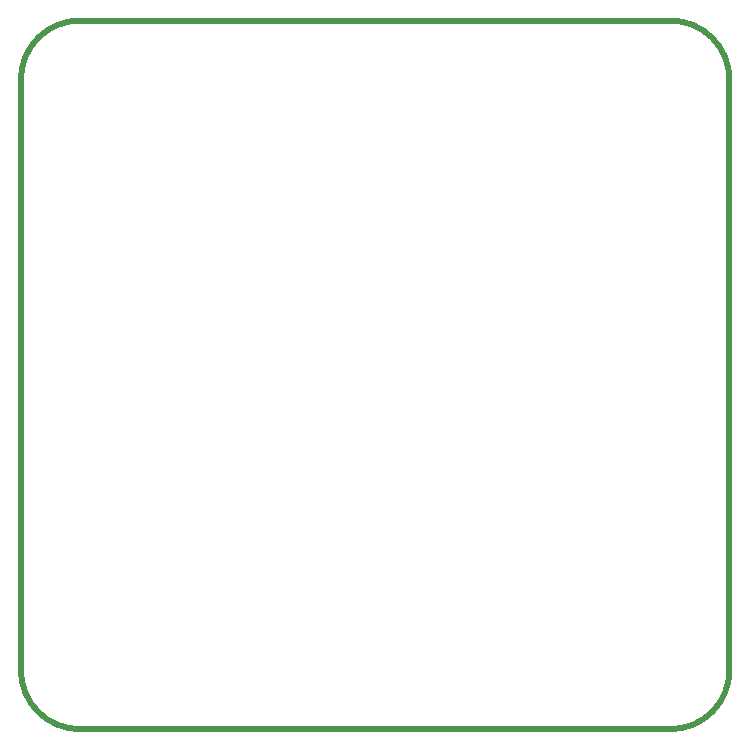
<source format=gbr>
G04 #@! TF.GenerationSoftware,KiCad,Pcbnew,5.1.4+dfsg1-1*
G04 #@! TF.CreationDate,2019-10-01T15:37:08+02:00*
G04 #@! TF.ProjectId,joystick-pcb,6a6f7973-7469-4636-9b2d-7063622e6b69,1*
G04 #@! TF.SameCoordinates,Original*
G04 #@! TF.FileFunction,Profile,NP*
%FSLAX46Y46*%
G04 Gerber Fmt 4.6, Leading zero omitted, Abs format (unit mm)*
G04 Created by KiCad (PCBNEW 5.1.4+dfsg1-1) date 2019-10-01 15:37:08*
%MOMM*%
%LPD*%
G04 APERTURE LIST*
%ADD10C,0.500000*%
G04 APERTURE END LIST*
D10*
X190000000Y-105000000D02*
G75*
G02X185000000Y-110000000I-5000000J0D01*
G01*
X185000000Y-50000000D02*
G75*
G02X190000000Y-55000000I0J-5000000D01*
G01*
X130000000Y-55000000D02*
G75*
G02X135000000Y-50000000I5000000J0D01*
G01*
X135000000Y-110000000D02*
G75*
G02X130000000Y-105000000I0J5000000D01*
G01*
X130000000Y-105000000D02*
X130000000Y-55000000D01*
X185000000Y-110000000D02*
X135000000Y-110000000D01*
X190000000Y-55000000D02*
X190000000Y-105000000D01*
X135000000Y-50000000D02*
X185000000Y-50000000D01*
M02*

</source>
